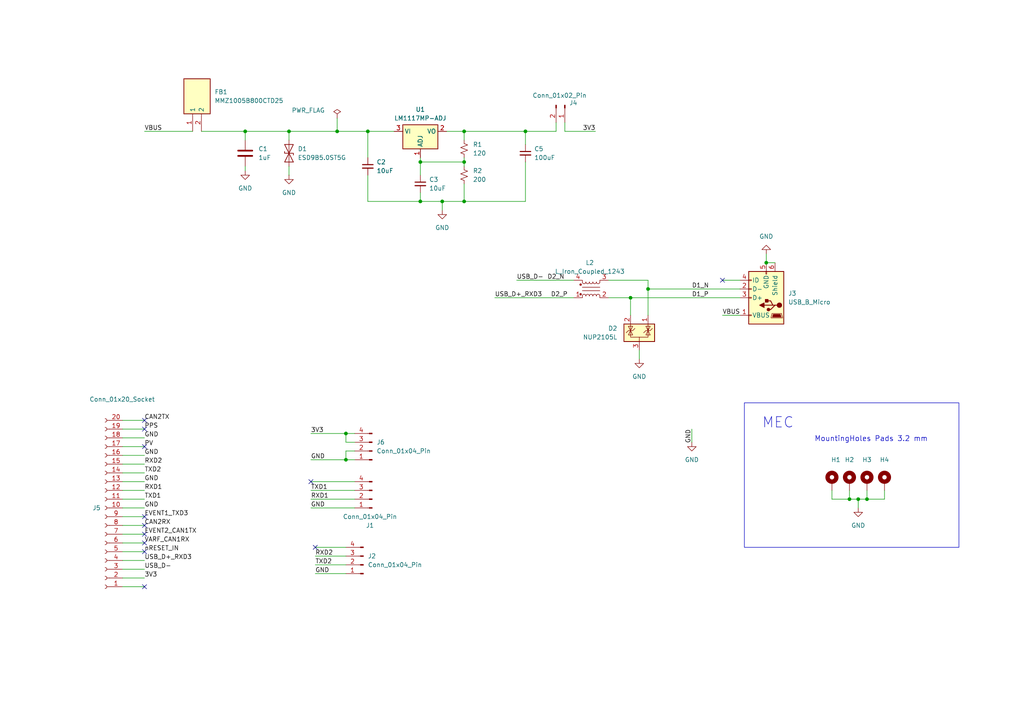
<source format=kicad_sch>
(kicad_sch (version 20250114) (generator "eeschema") (generator_version "9.0")
  (paper "A4")
  (lib_symbols
    (symbol "Connector:Conn_01x02_Pin" (pin_names (offset 1.016) (hide yes))
      (property "Reference" "J" (at 0 2.54 0))
      (property "Value" "Conn_01x02_Pin" (at 0 -5.08 0))
      (symbol "Conn_01x02_Pin_1_1"
        (rectangle (start 0.8636 0.127) (end 0 -0.127) (stroke (width 0.1524)) (fill (type outline)))
        (rectangle (start 0.8636 -2.413) (end 0 -2.667) (stroke (width 0.1524)) (fill (type outline)))
        (polyline (pts (xy 1.27 0) (xy 0.8636 0)) (stroke (width 0.1524)))
        (polyline (pts (xy 1.27 -2.54) (xy 0.8636 -2.54)) (stroke (width 0.1524)))
        (pin passive line (at 5.08 0 180) (length 3.81) (name "Pin_1") (number "1"))
        (pin passive line (at 5.08 -2.54 180) (length 3.81) (name "Pin_2") (number "2"))
      )
    )
    (symbol "Connector:Conn_01x04_Pin" (pin_names (offset 1.016) (hide yes))
      (property "Reference" "J" (at 0 5.08 0))
      (property "Value" "Conn_01x04_Pin" (at 0 -7.62 0))
      (symbol "Conn_01x04_Pin_1_1"
        (rectangle (start 0.8636 2.667) (end 0 2.413) (stroke (width 0.1524)) (fill (type outline)))
        (rectangle (start 0.8636 0.127) (end 0 -0.127) (stroke (width 0.1524)) (fill (type outline)))
        (rectangle (start 0.8636 -2.413) (end 0 -2.667) (stroke (width 0.1524)) (fill (type outline)))
        (rectangle (start 0.8636 -4.953) (end 0 -5.207) (stroke (width 0.1524)) (fill (type outline)))
        (polyline (pts (xy 1.27 2.54) (xy 0.8636 2.54)) (stroke (width 0.1524)))
        (polyline (pts (xy 1.27 0) (xy 0.8636 0)) (stroke (width 0.1524)))
        (polyline (pts (xy 1.27 -2.54) (xy 0.8636 -2.54)) (stroke (width 0.1524)))
        (polyline (pts (xy 1.27 -5.08) (xy 0.8636 -5.08)) (stroke (width 0.1524)))
        (pin passive line (at 5.08 2.54 180) (length 3.81) (name "Pin_1") (number "1"))
        (pin passive line (at 5.08 0 180) (length 3.81) (name "Pin_2") (number "2"))
        (pin passive line (at 5.08 -2.54 180) (length 3.81) (name "Pin_3") (number "3"))
        (pin passive line (at 5.08 -5.08 180) (length 3.81) (name "Pin_4") (number "4"))
      )
    )
    (symbol "Connector:Conn_01x20_Socket" (pin_names (offset 1.016) (hide yes))
      (property "Reference" "J" (at 0 25.4 0))
      (property "Value" "Conn_01x20_Socket" (at 0 -27.94 0))
      (symbol "Conn_01x20_Socket_1_1"
        (polyline (pts (xy -1.27 22.86) (xy -0.508 22.86)) (stroke (width 0.1524)))
        (polyline (pts (xy -1.27 20.32) (xy -0.508 20.32)) (stroke (width 0.1524)))
        (polyline (pts (xy -1.27 17.78) (xy -0.508 17.78)) (stroke (width 0.1524)))
        (polyline (pts (xy -1.27 15.24) (xy -0.508 15.24)) (stroke (width 0.1524)))
        (polyline (pts (xy -1.27 12.7) (xy -0.508 12.7)) (stroke (width 0.1524)))
        (polyline (pts (xy -1.27 10.16) (xy -0.508 10.16)) (stroke (width 0.1524)))
        (polyline (pts (xy -1.27 7.62) (xy -0.508 7.62)) (stroke (width 0.1524)))
        (polyline (pts (xy -1.27 5.08) (xy -0.508 5.08)) (stroke (width 0.1524)))
        (polyline (pts (xy -1.27 2.54) (xy -0.508 2.54)) (stroke (width 0.1524)))
        (polyline (pts (xy -1.27 0) (xy -0.508 0)) (stroke (width 0.1524)))
        (polyline (pts (xy -1.27 -2.54) (xy -0.508 -2.54)) (stroke (width 0.1524)))
        (polyline (pts (xy -1.27 -5.08) (xy -0.508 -5.08)) (stroke (width 0.1524)))
        (polyline (pts (xy -1.27 -7.62) (xy -0.508 -7.62)) (stroke (width 0.1524)))
        (polyline (pts (xy -1.27 -10.16) (xy -0.508 -10.16)) (stroke (width 0.1524)))
        (polyline (pts (xy -1.27 -12.7) (xy -0.508 -12.7)) (stroke (width 0.1524)))
        (polyline (pts (xy -1.27 -15.24) (xy -0.508 -15.24)) (stroke (width 0.1524)))
        (polyline (pts (xy -1.27 -17.78) (xy -0.508 -17.78)) (stroke (width 0.1524)))
        (polyline (pts (xy -1.27 -20.32) (xy -0.508 -20.32)) (stroke (width 0.1524)))
        (polyline (pts (xy -1.27 -22.86) (xy -0.508 -22.86)) (stroke (width 0.1524)))
        (polyline (pts (xy -1.27 -25.4) (xy -0.508 -25.4)) (stroke (width 0.1524)))
        (arc (start 0 22.352) (mid -0.5058 22.86) (end 0 23.368) (stroke (width 0.1524)))
        (arc (start 0 19.812) (mid -0.5058 20.32) (end 0 20.828) (stroke (width 0.1524)))
        (arc (start 0 17.272) (mid -0.5058 17.78) (end 0 18.288) (stroke (width 0.1524)))
        (arc (start 0 14.732) (mid -0.5058 15.24) (end 0 15.748) (stroke (width 0.1524)))
        (arc (start 0 12.192) (mid -0.5058 12.7) (end 0 13.208) (stroke (width 0.1524)))
        (arc (start 0 9.652) (mid -0.5058 10.16) (end 0 10.668) (stroke (width 0.1524)))
        (arc (start 0 7.112) (mid -0.5058 7.62) (end 0 8.128) (stroke (width 0.1524)))
        (arc (start 0 4.572) (mid -0.5058 5.08) (end 0 5.588) (stroke (width 0.1524)))
        (arc (start 0 2.032) (mid -0.5058 2.54) (end 0 3.048) (stroke (width 0.1524)))
        (arc (start 0 -0.508) (mid -0.5058 0) (end 0 0.508) (stroke (width 0.1524)))
        (arc (start 0 -3.048) (mid -0.5058 -2.54) (end 0 -2.032) (stroke (width 0.1524)))
        (arc (start 0 -5.588) (mid -0.5058 -5.08) (end 0 -4.572) (stroke (width 0.1524)))
        (arc (start 0 -8.128) (mid -0.5058 -7.62) (end 0 -7.112) (stroke (width 0.1524)))
        (arc (start 0 -10.668) (mid -0.5058 -10.16) (end 0 -9.652) (stroke (width 0.1524)))
        (arc (start 0 -13.208) (mid -0.5058 -12.7) (end 0 -12.192) (stroke (width 0.1524)))
        (arc (start 0 -15.748) (mid -0.5058 -15.24) (end 0 -14.732) (stroke (width 0.1524)))
        (arc (start 0 -18.288) (mid -0.5058 -17.78) (end 0 -17.272) (stroke (width 0.1524)))
        (arc (start 0 -20.828) (mid -0.5058 -20.32) (end 0 -19.812) (stroke (width 0.1524)))
        (arc (start 0 -23.368) (mid -0.5058 -22.86) (end 0 -22.352) (stroke (width 0.1524)))
        (arc (start 0 -25.908) (mid -0.5058 -25.4) (end 0 -24.892) (stroke (width 0.1524)))
        (pin passive line (at -5.08 22.86 0) (length 3.81) (name "Pin_1") (number "1"))
        (pin passive line (at -5.08 20.32 0) (length 3.81) (name "Pin_2") (number "2"))
        (pin passive line (at -5.08 17.78 0) (length 3.81) (name "Pin_3") (number "3"))
        (pin passive line (at -5.08 15.24 0) (length 3.81) (name "Pin_4") (number "4"))
        (pin passive line (at -5.08 12.7 0) (length 3.81) (name "Pin_5") (number "5"))
        (pin passive line (at -5.08 10.16 0) (length 3.81) (name "Pin_6") (number "6"))
        (pin passive line (at -5.08 7.62 0) (length 3.81) (name "Pin_7") (number "7"))
        (pin passive line (at -5.08 5.08 0) (length 3.81) (name "Pin_8") (number "8"))
        (pin passive line (at -5.08 2.54 0) (length 3.81) (name "Pin_9") (number "9"))
        (pin passive line (at -5.08 0 0) (length 3.81) (name "Pin_10") (number "10"))
        (pin passive line (at -5.08 -2.54 0) (length 3.81) (name "Pin_11") (number "11"))
        (pin passive line (at -5.08 -5.08 0) (length 3.81) (name "Pin_12") (number "12"))
        (pin passive line (at -5.08 -7.62 0) (length 3.81) (name "Pin_13") (number "13"))
        (pin passive line (at -5.08 -10.16 0) (length 3.81) (name "Pin_14") (number "14"))
        (pin passive line (at -5.08 -12.7 0) (length 3.81) (name "Pin_15") (number "15"))
        (pin passive line (at -5.08 -15.24 0) (length 3.81) (name "Pin_16") (number "16"))
        (pin passive line (at -5.08 -17.78 0) (length 3.81) (name "Pin_17") (number "17"))
        (pin passive line (at -5.08 -20.32 0) (length 3.81) (name "Pin_18") (number "18"))
        (pin passive line (at -5.08 -22.86 0) (length 3.81) (name "Pin_19") (number "19"))
        (pin passive line (at -5.08 -25.4 0) (length 3.81) (name "Pin_20") (number "20"))
      )
    )
    (symbol "Connector:USB_B_Micro" (pin_names (offset 1.016))
      (property "Reference" "J" (at -5.08 11.43 0))
      (property "Value" "USB_B_Micro" (at -5.08 8.89 0))
      (symbol "USB_B_Micro_0_1"
        (rectangle (start -5.08 -7.62) (end 5.08 7.62) (stroke (width 0.254)) (fill (type background)))
        (polyline (pts (xy -4.699 5.842) (xy -4.699 5.588) (xy -4.445 4.826) (xy -4.445 4.572) (xy -1.651 4.572) (xy -1.651 4.826) (xy -1.397 5.588) (xy -1.397 5.842) (xy -4.699 5.842)))
        (polyline (pts (xy -4.318 5.588) (xy -1.778 5.588) (xy -2.032 4.826) (xy -4.064 4.826) (xy -4.318 5.588)) (fill (type outline)))
        (circle (center -3.81 2.159) (radius 0.635) (stroke (width 0.254)) (fill (type outline)))
        (polyline (pts (xy -3.175 2.159) (xy -2.54 2.159) (xy -1.27 3.429) (xy -0.635 3.429)) (stroke (width 0.254)))
        (polyline (pts (xy -2.54 2.159) (xy -1.905 2.159) (xy -1.27 0.889) (xy 0 0.889)) (stroke (width 0.254)))
        (polyline (pts (xy -1.905 2.159) (xy 0.635 2.159)) (stroke (width 0.254)))
        (circle (center -0.635 3.429) (radius 0.381) (stroke (width 0.254)) (fill (type outline)))
        (rectangle (start -0.127 -7.62) (end 0.127 -6.858))
        (rectangle (start 0.254 1.27) (end -0.508 0.508) (stroke (width 0.254)) (fill (type outline)))
        (polyline (pts (xy 0.635 2.794) (xy 0.635 1.524) (xy 1.905 2.159) (xy 0.635 2.794)) (stroke (width 0.254)) (fill (type outline)))
        (rectangle (start 5.08 4.953) (end 4.318 5.207))
        (rectangle (start 5.08 -0.127) (end 4.318 0.127))
        (rectangle (start 5.08 -2.667) (end 4.318 -2.413))
        (rectangle (start 5.08 -5.207) (end 4.318 -4.953))
      )
      (symbol "USB_B_Micro_1_1"
        (pin passive line (at -2.54 -10.16 90) (length 2.54) (name "Shield") (number "6"))
        (pin power_out line (at 0 -10.16 90) (length 2.54) (name "GND") (number "5"))
        (pin power_out line (at 7.62 5.08 180) (length 2.54) (name "VBUS") (number "1"))
        (pin bidirectional line (at 7.62 0 180) (length 2.54) (name "D+") (number "3"))
        (pin bidirectional line (at 7.62 -2.54 180) (length 2.54) (name "D-") (number "2"))
        (pin passive line (at 7.62 -5.08 180) (length 2.54) (name "ID") (number "4"))
      )
    )
    (symbol "Device:C" (pin_numbers (hide yes)) (pin_names (offset 0.254))
      (property "Reference" "C" (at 0.635 2.54 0))
      (property "Value" "C" (at 0.635 -2.54 0))
      (symbol "C_0_1"
        (polyline (pts (xy -2.032 0.762) (xy 2.032 0.762)) (stroke (width 0.508)))
        (polyline (pts (xy -2.032 -0.762) (xy 2.032 -0.762)) (stroke (width 0.508)))
      )
      (symbol "C_1_1"
        (pin passive line (at 0 3.81 270) (length 2.794) (name "~") (number "1"))
        (pin passive line (at 0 -3.81 90) (length 2.794) (name "~") (number "2"))
      )
    )
    (symbol "Device:C_Small" (pin_numbers (hide yes)) (pin_names (offset 0.254) (hide yes))
      (property "Reference" "C" (at 0.254 1.778 0))
      (property "Value" "C_Small" (at 0.254 -2.032 0))
      (symbol "C_Small_0_1"
        (polyline (pts (xy -1.524 0.508) (xy 1.524 0.508)) (stroke (width 0.3048)))
        (polyline (pts (xy -1.524 -0.508) (xy 1.524 -0.508)) (stroke (width 0.3302)))
      )
      (symbol "C_Small_1_1"
        (pin passive line (at 0 2.54 270) (length 2.032) (name "~") (number "1"))
        (pin passive line (at 0 -2.54 90) (length 2.032) (name "~") (number "2"))
      )
    )
    (symbol "Device:L_Iron_Coupled_1243" (pin_names (offset 0.254) (hide yes))
      (property "Reference" "L" (at 0 4.445 0))
      (property "Value" "L_Iron_Coupled_1243" (at 0 -4.445 0))
      (symbol "L_Iron_Coupled_1243_0_1"
        (circle (center -3.048 1.524) (radius 0.254) (fill (type outline)))
        (circle (center -3.048 -1.27) (radius 0.254) (fill (type outline)))
        (polyline (pts (xy -2.54 2.032) (xy -2.54 2.54)))
        (polyline (pts (xy -2.54 0.508) (xy 2.54 0.508)))
        (polyline (pts (xy -2.54 -2.032) (xy -2.54 -2.54)))
        (arc (start -1.524 2.032) (mid -2.032 1.5262) (end -2.54 2.032))
        (arc (start -2.54 -2.032) (mid -2.032 -1.5262) (end -1.524 -2.032))
        (arc (start -0.508 2.032) (mid -1.016 1.5262) (end -1.524 2.032))
        (arc (start -1.524 -2.032) (mid -1.016 -1.5262) (end -0.508 -2.032))
        (arc (start 0.508 2.032) (mid 0 1.5262) (end -0.508 2.032))
        (arc (start -0.508 -2.032) (mid 0 -1.5262) (end 0.508 -2.032))
        (arc (start 1.524 2.032) (mid 1.016 1.5262) (end 0.508 2.032))
        (arc (start 0.508 -2.032) (mid 1.016 -1.5262) (end 1.524 -2.032))
        (arc (start 2.54 2.032) (mid 2.032 1.5262) (end 1.524 2.032))
        (arc (start 1.524 -2.032) (mid 2.032 -1.5262) (end 2.54 -2.032))
        (polyline (pts (xy 2.54 2.54) (xy 2.54 2.032)))
        (polyline (pts (xy 2.54 -0.508) (xy -2.54 -0.508)))
        (polyline (pts (xy 2.54 -2.032) (xy 2.54 -2.54)))
      )
      (symbol "L_Iron_Coupled_1243_1_1"
        (pin passive line (at -5.08 2.54 0) (length 2.54) (name "1") (number "1"))
        (pin passive line (at -5.08 -2.54 0) (length 2.54) (name "4") (number "4"))
        (pin passive line (at 5.08 2.54 180) (length 2.54) (name "2") (number "2"))
        (pin passive line (at 5.08 -2.54 180) (length 2.54) (name "3") (number "3"))
      )
    )
    (symbol "Device:R_Small_US" (pin_numbers (hide yes)) (pin_names (offset 0.254) (hide yes))
      (property "Reference" "R" (at 0.762 0.508 0))
      (property "Value" "R_Small_US" (at 0.762 -1.016 0))
      (symbol "R_Small_US_1_1"
        (polyline (pts (xy 0 1.524) (xy 1.016 1.143) (xy 0 0.762) (xy -1.016 0.381) (xy 0 0)))
        (polyline (pts (xy 0 0) (xy 1.016 -0.381) (xy 0 -0.762) (xy -1.016 -1.143) (xy 0 -1.524)))
        (pin passive line (at 0 2.54 270) (length 1.016) (name "~") (number "1"))
        (pin passive line (at 0 -2.54 90) (length 1.016) (name "~") (number "2"))
      )
    )
    (symbol "Diode:ESD9B5.0ST5G" (pin_numbers (hide yes)) (pin_names (offset 1.016) (hide yes))
      (property "Reference" "D" (at 0 2.54 0))
      (property "Value" "ESD9B5.0ST5G" (at 0 -2.54 0))
      (symbol "ESD9B5.0ST5G_0_1"
        (polyline (pts (xy -2.54 -1.27) (xy 0 0) (xy -2.54 1.27) (xy -2.54 -1.27)) (stroke (width 0.2032)))
        (polyline (pts (xy 0.508 1.27) (xy 0 1.27) (xy 0 -1.27) (xy -0.508 -1.27)) (stroke (width 0.2032)))
        (polyline (pts (xy 1.27 0) (xy -1.27 0)))
        (polyline (pts (xy 2.54 1.27) (xy 2.54 -1.27) (xy 0 0) (xy 2.54 1.27)) (stroke (width 0.2032)))
      )
      (symbol "ESD9B5.0ST5G_1_1"
        (pin passive line (at -3.81 0 0) (length 2.54) (name "A1") (number "1"))
        (pin passive line (at 3.81 0 180) (length 2.54) (name "A2") (number "2"))
      )
    )
    (symbol "GND_1" (power) (pin_numbers (hide yes)) (pin_names (offset 0) (hide yes))
      (property "Value" "GND" (at 0 -3.81 0))
      (symbol "GND_1_0_1"
        (polyline (pts (xy 0 0) (xy 0 -1.27) (xy 1.27 -1.27) (xy 0 -2.54) (xy -1.27 -1.27) (xy 0 -1.27)))
      )
      (symbol "GND_1_1_1"
        (pin power_in line (at 0 0 270) (length 0) (name "~") (number "1"))
      )
    )
    (symbol "MMZ1005B800CTD25:MMZ1005B800CTD25"
      (property "Reference" "FB" (at 16.51 7.62 0))
      (property "Value" "MMZ1005B800CTD25" (at 16.51 5.08 0))
      (symbol "MMZ1005B800CTD25_1_1"
        (rectangle (start 5.08 2.54) (end 15.24 -5.08) (stroke (width 0.254)) (fill (type background)))
        (pin passive line (at 0 0 0) (length 5.08) (name "1") (number "1"))
        (pin passive line (at 0 -2.54 0) (length 5.08) (name "2") (number "2"))
      )
    )
    (symbol "Mechanical:MountingHole_Pad" (pin_numbers (hide yes)) (pin_names (offset 1.016) (hide yes)) (exclude_from_sim yes) (in_bom no)
      (property "Reference" "H" (at 0 6.35 0))
      (property "Value" "MountingHole_Pad" (at 0 4.445 0))
      (symbol "MountingHole_Pad_0_1"
        (circle (center 0 1.27) (radius 1.27) (stroke (width 1.27)))
      )
      (symbol "MountingHole_Pad_1_1"
        (pin input line (at 0 -2.54 90) (length 2.54) (name "1") (number "1"))
      )
    )
    (symbol "Power_Protection:NUP2105L" (pin_names (hide yes))
      (property "Reference" "D" (at 5.715 2.54 0))
      (property "Value" "NUP2105L" (at 5.715 0.635 0))
      (symbol "NUP2105L_0_0"
        (pin passive line (at 0 -5.08 90) (length 2.54) (name "A") (number "3"))
      )
      (symbol "NUP2105L_0_1"
        (rectangle (start -4.445 2.54) (end 4.445 -2.54) (stroke (width 0.254)) (fill (type background)))
        (polyline (pts (xy -3.81 1.27) (xy -3.175 0.635) (xy -1.905 0.635) (xy -1.27 0)))
        (polyline (pts (xy -2.54 2.54) (xy -2.54 0.635)))
        (polyline (pts (xy -2.54 0.635) (xy -2.54 -1.27) (xy 2.54 -1.27) (xy 2.54 0.635)))
        (polyline (pts (xy -2.54 0.635) (xy -1.905 -0.635) (xy -3.175 -0.635) (xy -2.54 0.635)))
        (polyline (pts (xy -2.54 0.635) (xy -3.175 1.905) (xy -1.905 1.905) (xy -2.54 0.635) (xy -2.54 1.27)))
        (polyline (pts (xy 0 -1.27) (xy 0 -2.54)))
        (polyline (pts (xy 1.27 1.27) (xy 1.905 0.635) (xy 2.54 0.635) (xy 3.175 0.635) (xy 3.81 0)))
        (polyline (pts (xy 2.54 2.54) (xy 2.54 0.635)))
        (polyline (pts (xy 2.54 0.635) (xy 1.905 -0.635) (xy 3.175 -0.635) (xy 2.54 0.635)))
        (polyline (pts (xy 2.54 0.635) (xy 3.175 1.905) (xy 1.905 1.905) (xy 2.54 0.635)))
      )
      (symbol "NUP2105L_1_1"
        (pin passive line (at -2.54 5.08 270) (length 2.54) (name "K") (number "1"))
        (pin passive line (at 2.54 5.08 270) (length 2.54) (name "K") (number "2"))
      )
    )
    (symbol "Regulator_Linear:LM1117MP-ADJ"
      (property "Reference" "U" (at -3.81 3.175 0))
      (property "Value" "LM1117MP-ADJ" (at 0 3.175 0))
      (symbol "LM1117MP-ADJ_0_1"
        (rectangle (start -5.08 -5.08) (end 5.08 1.905) (stroke (width 0.254)) (fill (type background)))
      )
      (symbol "LM1117MP-ADJ_1_1"
        (pin power_in line (at -7.62 0 0) (length 2.54) (name "VI") (number "3"))
        (pin input line (at 0 -7.62 90) (length 2.54) (name "ADJ") (number "1"))
        (pin power_out line (at 7.62 0 180) (length 2.54) (name "VO") (number "2"))
      )
    )
    (symbol "power:GND" (power) (pin_numbers (hide yes)) (pin_names (offset 0) (hide yes))
      (property "Value" "GND" (at 0 -3.81 0))
      (symbol "GND_0_1"
        (polyline (pts (xy 0 0) (xy 0 -1.27) (xy 1.27 -1.27) (xy 0 -2.54) (xy -1.27 -1.27) (xy 0 -1.27)))
      )
      (symbol "GND_1_1"
        (pin power_in line (at 0 0 270) (length 0) (name "~") (number "1"))
      )
    )
    (symbol "power:PWR_FLAG" (power) (pin_numbers (hide yes)) (pin_names (offset 0) (hide yes))
      (property "Value" "PWR_FLAG" (at 0 3.81 0))
      (symbol "PWR_FLAG_0_0"
        (pin power_out line (at 0 0 90) (length 0) (name "~") (number "1"))
      )
      (symbol "PWR_FLAG_0_1"
        (polyline (pts (xy 0 0) (xy 0 1.27) (xy -1.016 1.905) (xy 0 2.54) (xy 1.016 1.905) (xy 0 1.27)))
      )
    )
  )
  (rectangle (start 215.9 116.84) (end 278.13 158.75))
  (text "MEC" (at 220.98 124.46 0) (effects (font (size 3 3)) (justify left bottom)))
  (text "MountingHoles Pads 3.2 mm" (at 236.22 128.27 0) (effects (font (size 1.5 1.5)) (justify left bottom)))
  (junction (at 248.92 144.78))
  (junction (at 128.27 58.42))
  (junction (at 71.12 38.1))
  (junction (at 106.68 38.1))
  (junction (at 182.88 86.36))
  (junction (at 97.79 38.1))
  (junction (at 134.62 46.99))
  (junction (at 246.38 144.78))
  (junction (at 152.4 38.1))
  (junction (at 134.62 58.42))
  (junction (at 187.96 83.82))
  (junction (at 121.92 46.99))
  (junction (at 222.25 76.2))
  (junction (at 121.92 58.42))
  (junction (at 100.33 133.35))
  (junction (at 251.46 144.78))
  (junction (at 134.62 38.1))
  (junction (at 83.82 38.1))
  (junction (at 100.33 125.73))
  (no_connect (at 91.44 158.75))
  (no_connect (at 41.91 152.4))
  (no_connect (at 41.91 149.86))
  (no_connect (at 41.91 124.46))
  (no_connect (at 41.91 154.94))
  (no_connect (at 41.91 129.54))
  (no_connect (at 41.91 121.92))
  (no_connect (at 90.17 139.7))
  (no_connect (at 209.55 81.28))
  (no_connect (at 41.91 170.18))
  (no_connect (at 41.91 160.02))
  (no_connect (at 41.91 157.48))
  (wire (pts (xy 41.91 142.24) (xy 35.56 142.24)))
  (wire (pts (xy 35.56 160.02) (xy 41.91 160.02)))
  (wire (pts (xy 35.56 157.48) (xy 41.91 157.48)))
  (wire (pts (xy 71.12 38.1) (xy 71.12 40.64)))
  (wire (pts (xy 35.56 162.56) (xy 41.91 162.56)))
  (wire (pts (xy 106.68 38.1) (xy 114.3 38.1)))
  (wire (pts (xy 90.17 125.73) (xy 100.33 125.73)))
  (wire (pts (xy 224.79 76.2) (xy 222.25 76.2)))
  (wire (pts (xy 121.92 45.72) (xy 121.92 46.99)))
  (wire (pts (xy 246.38 144.78) (xy 246.38 142.24)))
  (wire (pts (xy 209.55 91.44) (xy 214.63 91.44)))
  (wire (pts (xy 35.56 152.4) (xy 41.91 152.4)))
  (wire (pts (xy 41.91 127) (xy 35.56 127)))
  (wire (pts (xy 222.25 73.66) (xy 222.25 76.2)))
  (wire (pts (xy 209.55 81.28) (xy 214.63 81.28)))
  (wire (pts (xy 161.29 35.56) (xy 161.29 38.1)))
  (wire (pts (xy 102.87 128.27) (xy 100.33 128.27)))
  (wire (pts (xy 182.88 86.36) (xy 182.88 91.44)))
  (wire (pts (xy 83.82 50.8) (xy 83.82 48.26)))
  (wire (pts (xy 241.3 144.78) (xy 246.38 144.78)))
  (wire (pts (xy 100.33 125.73) (xy 100.33 128.27)))
  (wire (pts (xy 91.44 158.75) (xy 100.33 158.75)))
  (wire (pts (xy 35.56 154.94) (xy 41.91 154.94)))
  (wire (pts (xy 176.53 81.28) (xy 187.96 81.28)))
  (wire (pts (xy 35.56 170.18) (xy 41.91 170.18)))
  (wire (pts (xy 35.56 149.86) (xy 41.91 149.86)))
  (wire (pts (xy 128.27 58.42) (xy 134.62 58.42)))
  (wire (pts (xy 134.62 38.1) (xy 134.62 40.64)))
  (wire (pts (xy 91.44 163.83) (xy 100.33 163.83)))
  (wire (pts (xy 149.86 81.28) (xy 166.37 81.28)))
  (wire (pts (xy 90.17 144.78) (xy 102.87 144.78)))
  (wire (pts (xy 41.91 129.54) (xy 35.56 129.54)))
  (wire (pts (xy 187.96 81.28) (xy 187.96 83.82)))
  (wire (pts (xy 182.88 86.36) (xy 214.63 86.36)))
  (wire (pts (xy 256.54 144.78) (xy 256.54 142.24)))
  (wire (pts (xy 251.46 144.78) (xy 256.54 144.78)))
  (wire (pts (xy 41.91 121.92) (xy 35.56 121.92)))
  (wire (pts (xy 83.82 40.64) (xy 83.82 38.1)))
  (wire (pts (xy 129.54 38.1) (xy 134.62 38.1)))
  (wire (pts (xy 71.12 49.53) (xy 71.12 48.26)))
  (wire (pts (xy 91.44 161.29) (xy 100.33 161.29)))
  (wire (pts (xy 100.33 130.81) (xy 102.87 130.81)))
  (wire (pts (xy 90.17 142.24) (xy 102.87 142.24)))
  (wire (pts (xy 41.91 139.7) (xy 35.56 139.7)))
  (wire (pts (xy 41.91 124.46) (xy 35.56 124.46)))
  (wire (pts (xy 97.79 38.1) (xy 106.68 38.1)))
  (wire (pts (xy 106.68 50.8) (xy 106.68 58.42)))
  (wire (pts (xy 35.56 167.64) (xy 41.91 167.64)))
  (wire (pts (xy 152.4 46.99) (xy 152.4 58.42)))
  (wire (pts (xy 246.38 144.78) (xy 248.92 144.78)))
  (wire (pts (xy 90.17 147.32) (xy 102.87 147.32)))
  (wire (pts (xy 187.96 83.82) (xy 214.63 83.82)))
  (wire (pts (xy 41.91 144.78) (xy 35.56 144.78)))
  (wire (pts (xy 176.53 86.36) (xy 182.88 86.36)))
  (wire (pts (xy 41.91 134.62) (xy 35.56 134.62)))
  (wire (pts (xy 100.33 133.35) (xy 102.87 133.35)))
  (wire (pts (xy 187.96 83.82) (xy 187.96 91.44)))
  (wire (pts (xy 134.62 45.72) (xy 134.62 46.99)))
  (wire (pts (xy 152.4 38.1) (xy 152.4 41.91)))
  (wire (pts (xy 100.33 125.73) (xy 102.87 125.73)))
  (wire (pts (xy 90.17 139.7) (xy 102.87 139.7)))
  (wire (pts (xy 90.17 133.35) (xy 100.33 133.35)))
  (wire (pts (xy 100.33 130.81) (xy 100.33 133.35)))
  (wire (pts (xy 83.82 38.1) (xy 71.12 38.1)))
  (wire (pts (xy 163.83 35.56) (xy 163.83 38.1)))
  (wire (pts (xy 121.92 55.88) (xy 121.92 58.42)))
  (wire (pts (xy 41.91 132.08) (xy 35.56 132.08)))
  (wire (pts (xy 251.46 142.24) (xy 251.46 144.78)))
  (wire (pts (xy 121.92 58.42) (xy 128.27 58.42)))
  (wire (pts (xy 128.27 60.96) (xy 128.27 58.42)))
  (wire (pts (xy 185.42 101.6) (xy 185.42 104.14)))
  (wire (pts (xy 121.92 46.99) (xy 134.62 46.99)))
  (wire (pts (xy 41.91 137.16) (xy 35.56 137.16)))
  (wire (pts (xy 152.4 58.42) (xy 134.62 58.42)))
  (wire (pts (xy 152.4 38.1) (xy 161.29 38.1)))
  (wire (pts (xy 106.68 58.42) (xy 121.92 58.42)))
  (wire (pts (xy 83.82 38.1) (xy 97.79 38.1)))
  (wire (pts (xy 121.92 46.99) (xy 121.92 50.8)))
  (wire (pts (xy 134.62 58.42) (xy 134.62 53.34)))
  (wire (pts (xy 163.83 38.1) (xy 172.72 38.1)))
  (wire (pts (xy 200.66 124.46) (xy 200.66 128.27)))
  (wire (pts (xy 58.42 38.1) (xy 71.12 38.1)))
  (wire (pts (xy 35.56 147.32) (xy 41.91 147.32)))
  (wire (pts (xy 41.91 38.1) (xy 55.88 38.1)))
  (wire (pts (xy 248.92 144.78) (xy 251.46 144.78)))
  (wire (pts (xy 35.56 165.1) (xy 41.91 165.1)))
  (wire (pts (xy 97.79 34.29) (xy 97.79 38.1)))
  (wire (pts (xy 134.62 46.99) (xy 134.62 48.26)))
  (wire (pts (xy 248.92 147.32) (xy 248.92 144.78)))
  (wire (pts (xy 106.68 38.1) (xy 106.68 45.72)))
  (wire (pts (xy 241.3 144.78) (xy 241.3 142.24)))
  (wire (pts (xy 143.51 86.36) (xy 166.37 86.36)))
  (wire (pts (xy 134.62 38.1) (xy 152.4 38.1)))
  (wire (pts (xy 91.44 166.37) (xy 100.33 166.37)))
  (label "EVENT1_TXD3" (at 41.91 149.86 0))
  (label "TXD1" (at 41.91 144.78 0))
  (label "GND" (at 90.17 133.35 0))
  (label "GND" (at 41.91 127 0))
  (label "VBUS" (at 209.55 91.44 0))
  (label "RXD2" (at 91.44 161.29 0))
  (label "3V3" (at 90.17 125.73 0))
  (label "D1_N" (at 200.66 83.82 0))
  (label "VBUS" (at 41.91 38.1 0))
  (label "3V3" (at 172.72 38.1 180))
  (label "TXD1" (at 90.17 142.24 0))
  (label "PPS" (at 41.91 124.46 0))
  (label "D2_N" (at 158.75 81.28 0))
  (label "RXD1" (at 90.17 144.78 0))
  (label "USB_D-" (at 149.86 81.28 0))
  (label "TXD2" (at 41.91 137.16 0))
  (label "CAN2RX" (at 41.91 152.4 0))
  (label "D1_P" (at 200.66 86.36 0))
  (label "GND" (at 90.17 147.32 0))
  (label "nRESET_IN" (at 41.91 160.02 0))
  (label "GND" (at 200.66 124.46 270))
  (label "GND" (at 41.91 132.08 0))
  (label "EVENT2_CAN1TX" (at 41.91 154.94 0))
  (label "TXD2" (at 91.44 163.83 0))
  (label "RXD1" (at 41.91 142.24 0))
  (label "USB_D+_RXD3" (at 143.51 86.36 0))
  (label "PV" (at 41.91 129.54 0))
  (label "RXD2" (at 41.91 134.62 0))
  (label "GND" (at 91.44 166.37 0))
  (label "CAN2TX" (at 41.91 121.92 0))
  (label "GND" (at 41.91 147.32 0))
  (label "VARF_CAN1RX" (at 41.91 157.48 0))
  (label "USB_D-" (at 41.91 165.1 0))
  (label "USB_D+_RXD3" (at 41.91 162.56 0))
  (label "GND" (at 41.91 139.7 0))
  (label "3V3" (at 41.91 167.64 0))
  (label "D2_P" (at 159.7517 86.36 0))
  (symbol (lib_id "Connector:Conn_01x20_Socket") (at 30.48 147.32 180) (unit 1)
    (property "Reference" "J5" (at 29.21 147.3201 0) (effects (justify left)))
    (property "Value" "Conn_01x20_Socket" (at 44.958 115.824 0) (effects (justify left)))
    (property "Footprint" "Connector_PinSocket_2.00mm:PinSocket_2x10_P2.00mm_Vertical_SMD" (effects (hide yes)))
    (property "Description" "Generic connector, single row, 01x20, script generated" (effects (hide yes)))
  )
  (symbol (lib_name "GND_1") (lib_id "power:GND") (at 71.12 49.53 0) (unit 1)
    (property "Reference" "#PWR04" (effects (hide yes)))
    (property "Value" "GND" (at 71.12 54.61 0))
    (property "Description" "Power symbol creates a global label with name \"GND\" , ground" (effects (hide yes)))
  )
  (symbol (lib_name "GND_1") (lib_id "power:GND") (at 128.27 60.96 0) (unit 1)
    (property "Reference" "#PWR01" (effects (hide yes)))
    (property "Value" "GND" (at 128.27 66.04 0))
    (property "Description" "Power symbol creates a global label with name \"GND\" , ground" (effects (hide yes)))
  )
  (symbol (lib_id "Device:C_Small") (at 152.4 44.45 0) (unit 1)
    (property "Reference" "C5" (at 154.94 43.1862 0) (effects (justify left)))
    (property "Value" "100uF" (at 154.94 45.7262 0) (effects (justify left)))
    (property "Footprint" "Capacitor_SMD:C_0603_1608Metric_Pad1.08x0.95mm_HandSolder" (effects (hide yes)))
    (property "Description" "Unpolarized capacitor, small symbol" (effects (hide yes)))
  )
  (symbol (lib_id "Mechanical:MountingHole_Pad") (at 251.46 139.7 0) (unit 1)
    (property "Reference" "H3" (at 251.46 133.35 0))
    (property "Value" "MountingHole_Pad" (effects (hide yes)))
    (property "Footprint" "MountingHole:MountingHole_3.2mm_M3_DIN965_Pad" (effects (hide yes)))
    (property "Description" "Mounting Hole with connection" (effects (hide yes)))
  )
  (symbol (lib_id "Device:L_Iron_Coupled_1243") (at 171.45 83.82 0) (mirror x) (unit 1)
    (property "Reference" "L2" (at 171.069 76.2 0))
    (property "Value" "L_Iron_Coupled_1243" (at 171.069 78.74 0))
    (property "Footprint" "spacelab_lib:744230900" (effects (hide yes)))
    (property "Description" "Coupled inductor with iron core" (effects (hide yes)))
  )
  (symbol (lib_id "Connector:Conn_01x04_Pin") (at 105.41 163.83 180) (unit 1)
    (property "Reference" "J2" (at 106.68 161.2899 0) (effects (justify right)))
    (property "Value" "Conn_01x04_Pin" (at 106.68 163.8299 0) (effects (justify right)))
    (property "Footprint" "Connector_Molex:Molex_PicoBlade_53398-0471_1x04-1MP_P1.25mm_Vertical" (effects (hide yes)))
    (property "Description" "Generic connector, single row, 01x04, script generated" (effects (hide yes)))
  )
  (symbol (lib_id "Connector:Conn_01x04_Pin") (at 107.95 130.81 180) (unit 1)
    (property "Reference" "J6" (at 109.22 128.2699 0) (effects (justify right)))
    (property "Value" "Conn_01x04_Pin" (at 109.22 130.8099 0) (effects (justify right)))
    (property "Footprint" "Connector_Molex:Molex_PicoBlade_53398-0471_1x04-1MP_P1.25mm_Vertical" (effects (hide yes)))
    (property "Description" "Generic connector, single row, 01x04, script generated" (effects (hide yes)))
  )
  (symbol (lib_id "Power_Protection:NUP2105L") (at 185.42 96.52 0) (mirror y) (unit 1)
    (property "Reference" "D2" (at 179.07 95.2499 0) (effects (justify left)))
    (property "Value" "NUP2105L" (at 179.07 97.7899 0) (effects (justify left)))
    (property "Footprint" "spacelab_lib:SOT-723_0P85X1P25_ONS-M" (effects (hide yes)))
    (property "Datasheet" "https://www.onsemi.com/pub_link/Collateral/NUP2105L-D.PDF" (effects (hide yes)))
    (property "Description" "Dual Line CAN Bus Protector, 24Vrwm" (effects (hide yes)))
  )
  (symbol (lib_name "GND_1") (lib_id "power:GND") (at 200.66 128.27 0) (unit 1)
    (property "Reference" "#PWR06" (effects (hide yes)))
    (property "Value" "GND" (at 200.66 133.35 0))
    (property "Description" "Power symbol creates a global label with name \"GND\" , ground" (effects (hide yes)))
  )
  (symbol (lib_id "Device:C_Small") (at 106.68 48.26 0) (unit 1)
    (property "Reference" "C2" (at 109.22 46.9962 0) (effects (justify left)))
    (property "Value" "10uF" (at 109.22 49.5362 0) (effects (justify left)))
    (property "Footprint" "Capacitor_SMD:C_0603_1608Metric_Pad1.08x0.95mm_HandSolder" (effects (hide yes)))
    (property "Description" "Unpolarized capacitor, small symbol" (effects (hide yes)))
  )
  (symbol (lib_id "Mechanical:MountingHole_Pad") (at 241.3 139.7 0) (unit 1)
    (property "Reference" "H1" (at 241.046 133.35 0) (effects (justify left)))
    (property "Value" "MountingHole_Pad" (effects (hide yes)))
    (property "Footprint" "MountingHole:MountingHole_3.2mm_M3_DIN965_Pad" (effects (hide yes)))
    (property "Description" "Mounting Hole with connection" (effects (hide yes)))
  )
  (symbol (lib_id "MMZ1005B800CTD25:MMZ1005B800CTD25") (at 55.88 38.1 90) (unit 1)
    (property "Reference" "FB1" (at 62.23 26.6699 90) (effects (justify right)))
    (property "Value" "MMZ1005B800CTD25" (at 62.23 29.2099 90) (effects (justify right)))
    (property "Footprint" "spacelab_lib:BEADC1005X55N" (effects (hide yes)))
    (property "Datasheet" "https://product.tdk.com/system/files/dam/doc/product/emc/emc/beads/catalog/beads_automotive_signal_mmz1005_en.pdf" (effects (hide yes)))
    (property "Description" "Ferrite Beads Multi-Layer 80Ohm 25% 100MHz 450mA 190mOhm DCR 0402 Automotive T/R" (effects (hide yes)))
    (property "Height" "0.55" (effects (hide yes)))
    (property "Mouser Part Number" "810-MMZ1005B800CTD25" (effects (hide yes)))
    (property "Mouser Price/Stock" "https://www.mouser.co.uk/ProductDetail/TDK/MMZ1005B800CTD25?qs=pvNC7ksEVId%2FdQxGSbgQrg%3D%3D" (effects (hide yes)))
    (property "Manufacturer_Name" "TDK" (effects (hide yes)))
    (property "Manufacturer_Part_Number" "MMZ1005B800CTD25" (effects (hide yes)))
  )
  (symbol (lib_id "Connector:Conn_01x02_Pin") (at 163.83 30.48 270) (unit 1)
    (property "Reference" "J4" (at 165.1 29.8449 90) (effects (justify left)))
    (property "Value" "Conn_01x02_Pin" (at 154.432 27.686 90) (effects (justify left)))
    (property "Footprint" "Connector_PinHeader_1.27mm:PinHeader_1x02_P1.27mm_Vertical" (effects (hide yes)))
    (property "Description" "Generic connector, single row, 01x02, script generated" (effects (hide yes)))
  )
  (symbol (lib_name "GND_1") (lib_id "power:GND") (at 83.82 50.8 0) (unit 1)
    (property "Reference" "#PWR05" (effects (hide yes)))
    (property "Value" "GND" (at 83.82 55.88 0))
    (property "Description" "Power symbol creates a global label with name \"GND\" , ground" (effects (hide yes)))
  )
  (symbol (lib_id "power:PWR_FLAG") (at 97.79 34.29 0) (unit 1)
    (property "Reference" "#FLG02" (effects (hide yes)))
    (property "Value" "PWR_FLAG" (at 89.408 32.004 0))
    (property "Description" "Special symbol for telling ERC where power comes from" (effects (hide yes)))
  )
  (symbol (lib_id "Device:R_Small_US") (at 134.62 50.8 0) (unit 1)
    (property "Reference" "R2" (at 137.16 49.5299 0) (effects (justify left)))
    (property "Value" "200" (at 137.16 52.0699 0) (effects (justify left)))
    (property "Footprint" "Resistor_SMD:R_0603_1608Metric_Pad0.98x0.95mm_HandSolder" (effects (hide yes)))
    (property "Description" "Resistor, small US symbol" (effects (hide yes)))
  )
  (symbol (lib_id "Device:C") (at 71.12 44.45 0) (unit 1)
    (property "Reference" "C1" (at 74.93 43.1799 0) (effects (justify left)))
    (property "Value" "1uF" (at 74.93 45.7199 0) (effects (justify left)))
    (property "Footprint" "Capacitor_SMD:C_0603_1608Metric_Pad1.08x0.95mm_HandSolder" (effects (hide yes)))
    (property "Description" "Unpolarized capacitor" (effects (hide yes)))
  )
  (symbol (lib_id "Device:C_Small") (at 121.92 53.34 0) (unit 1)
    (property "Reference" "C3" (at 124.46 52.0762 0) (effects (justify left)))
    (property "Value" "10uF" (at 124.46 54.6162 0) (effects (justify left)))
    (property "Footprint" "Capacitor_SMD:C_0603_1608Metric_Pad1.08x0.95mm_HandSolder" (effects (hide yes)))
    (property "Description" "Unpolarized capacitor, small symbol" (effects (hide yes)))
  )
  (symbol (lib_id "Device:R_Small_US") (at 134.62 43.18 0) (unit 1)
    (property "Reference" "R1" (at 137.16 41.9099 0) (effects (justify left)))
    (property "Value" "120" (at 137.16 44.4499 0) (effects (justify left)))
    (property "Footprint" "Resistor_SMD:R_0603_1608Metric_Pad0.98x0.95mm_HandSolder" (effects (hide yes)))
    (property "Description" "Resistor, small US symbol" (effects (hide yes)))
  )
  (symbol (lib_id "Mechanical:MountingHole_Pad") (at 246.38 139.7 0) (unit 1)
    (property "Reference" "H2" (at 246.38 133.35 0))
    (property "Value" "MountingHole_Pad" (effects (hide yes)))
    (property "Footprint" "MountingHole:MountingHole_3.2mm_M3_DIN965_Pad" (effects (hide yes)))
    (property "Description" "Mounting Hole with connection" (effects (hide yes)))
  )
  (symbol (lib_id "power:GND") (at 185.42 104.14 0) (unit 1)
    (property "Reference" "#PWR03" (effects (hide yes)))
    (property "Value" "GND" (at 185.42 109.22 0))
    (property "Description" "Power symbol creates a global label with name \"GND\" , ground" (effects (hide yes)))
  )
  (symbol (lib_id "power:GND") (at 222.25 73.66 180) (unit 1)
    (property "Reference" "#PWR02" (effects (hide yes)))
    (property "Value" "GND" (at 222.25 68.58 0))
    (property "Description" "Power symbol creates a global label with name \"GND\" , ground" (effects (hide yes)))
  )
  (symbol (lib_id "Connector:Conn_01x04_Pin") (at 107.95 144.78 180) (unit 1)
    (property "Reference" "J1" (at 107.315 152.4 0))
    (property "Value" "Conn_01x04_Pin" (at 107.315 149.86 0))
    (property "Footprint" "Connector_Molex:Molex_PicoBlade_53398-0471_1x04-1MP_P1.25mm_Vertical" (effects (hide yes)))
    (property "Description" "Generic connector, single row, 01x04, script generated" (effects (hide yes)))
  )
  (symbol (lib_id "Regulator_Linear:LM1117MP-ADJ") (at 121.92 38.1 0) (unit 1)
    (property "Reference" "U1" (at 121.92 31.75 0))
    (property "Value" "LM1117MP-ADJ" (at 121.92 34.29 0))
    (property "Footprint" "Package_TO_SOT_SMD:SOT-223-3_TabPin2" (effects (hide yes)))
    (property "Datasheet" "http://www.ti.com/lit/ds/symlink/lm1117.pdf" (effects (hide yes)))
    (property "Description" "800mA Low-Dropout Linear Regulator, adjustable output, SOT-223" (effects (hide yes)))
  )
  (symbol (lib_id "Diode:ESD9B5.0ST5G") (at 83.82 44.45 90) (unit 1)
    (property "Reference" "D1" (at 86.36 43.1799 90) (effects (justify right)))
    (property "Value" "ESD9B5.0ST5G" (at 86.36 45.7199 90) (effects (justify right)))
    (property "Footprint" "spacelab_lib:SOD-523_0P9X1P3_ONS-M" (effects (hide yes)))
    (property "Datasheet" "https://www.onsemi.com/pub/Collateral/ESD9B-D.PDF" (effects (hide yes)))
    (property "Description" "ESD protection diode, 5.0Vrwm, SOD-923" (effects (hide yes)))
  )
  (symbol (lib_id "Mechanical:MountingHole_Pad") (at 256.54 139.7 0) (unit 1)
    (property "Reference" "H4" (at 256.54 133.35 0))
    (property "Value" "MountingHole_Pad" (effects (hide yes)))
    (property "Footprint" "MountingHole:MountingHole_3.2mm_M3_DIN965_Pad" (effects (hide yes)))
    (property "Description" "Mounting Hole with connection" (effects (hide yes)))
  )
  (symbol (lib_name "GND_1") (lib_id "power:GND") (at 248.92 147.32 0) (unit 1)
    (property "Reference" "#PWR020" (effects (hide yes)))
    (property "Value" "GND" (at 248.92 152.4 0))
    (property "Description" "Power symbol creates a global label with name \"GND\" , ground" (effects (hide yes)))
  )
  (symbol (lib_id "Connector:USB_B_Micro") (at 222.25 86.36 180) (unit 1)
    (property "Reference" "J3" (at 228.6 85.0899 0) (effects (justify right)))
    (property "Value" "USB_B_Micro" (at 228.6 87.6299 0) (effects (justify right)))
    (property "Footprint" "spacelab_lib:CONN_10104110-0001LF_AMP" (effects (hide yes)))
    (property "Description" "USB Micro Type B connector" (effects (hide yes)))
  )
)
</source>
